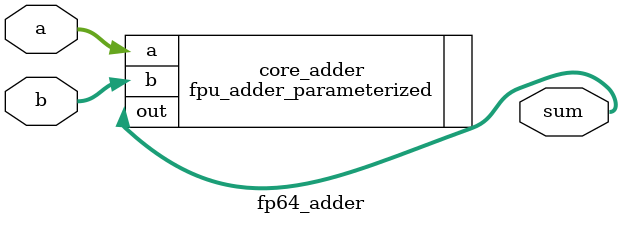
<source format=v>
`timescale 1ns/1ps
`include "../common/fpu_adder_parameterized.v"


module fp64_adder (
    input  [63:0] a,
    input  [63:0] b,
    output [63:0] sum
);

//----------------------------------------------------------------------
// Local Parameters for FP64 Format
//----------------------------------------------------------------------
localparam TOTAL_WIDTH = 64;
localparam EXP_WIDTH   = 11;
localparam MANT_WIDTH  = 52;

//----------------------------------------------------------------------
// Parameterized FPU Adder Instantiation
//----------------------------------------------------------------------
fpu_adder_parameterized #(
    .TOTAL_WIDTH (TOTAL_WIDTH),
    .EXP_WIDTH   (EXP_WIDTH),
    .MANT_WIDTH  (MANT_WIDTH)
) core_adder (
    .a   (a),
    .b   (b),
    .out (sum)
);

endmodule
</source>
